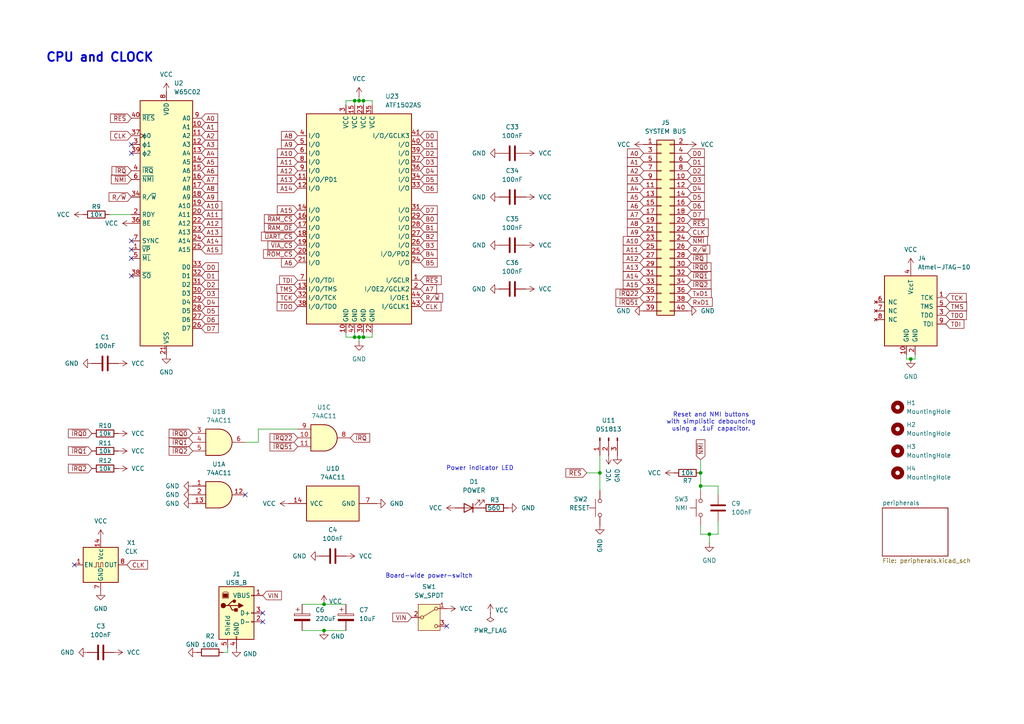
<source format=kicad_sch>
(kicad_sch (version 20250114) (generator "eeschema") (generator_version "9.0")
  (paper "A4")
  (title_block (title "ByteCradle 6502 - CPU & CLOCK") (date "2025-01-25") (rev "rev1"))
  (lib_symbols
    (symbol "65xx-library:W65C02SxP"
      (property "Reference" "U" (at 2.54 40.64 0))
      (property "Value" "W65C02SxP" (at 2.54 38.1 0))
      (symbol "W65C02SxP_1_1"
        (pin input line (at -10.16 30.48 0) (length 2.54) (name "~{RES}") (number "40"))
        (pin input clock (at -10.16 25.4 0) (length 2.54) (name "ϕ0") (number "37"))
        (pin output line (at -10.16 22.86 0) (length 2.54) (name "ϕ1") (number "3"))
        (pin output line (at -10.16 20.32 0) (length 2.54) (name "ϕ2") (number "39"))
        (pin input line (at -10.16 15.24 0) (length 2.54) (name "~{IRQ}") (number "4"))
        (pin input line (at -10.16 12.7 0) (length 2.54) (name "~{NMI}") (number "6"))
        (pin tri_state line (at -10.16 7.62 0) (length 2.54) (name "R/~{W}") (number "34"))
        (pin open_collector line (at -10.16 2.54 0) (length 2.54) (name "RDY") (number "2"))
        (pin input line (at -10.16 0 0) (length 2.54) (name "BE") (number "36"))
        (pin output line (at -10.16 -5.08 0) (length 2.54) (name "SYNC") (number "7"))
        (pin output line (at -10.16 -7.62 0) (length 2.54) (name "~{VP}") (number "1"))
        (pin output line (at -10.16 -10.16 0) (length 2.54) (name "~{ML}") (number "5"))
        (pin input line (at -10.16 -15.24 0) (length 2.54) (name "~{SO}") (number "38"))
        (pin no_connect non_logic (at -7.62 -30.48 0) (length 2.54) (hide yes) (name "nc") (number "35"))
        (pin power_in line (at 0 38.1 270) (length 2.54) (name "VDD") (number "8"))
        (pin power_in line (at 0 -38.1 90) (length 2.54) (name "VSS") (number "21"))
        (pin tri_state line (at 10.16 30.48 180) (length 2.54) (name "A0") (number "9"))
        (pin tri_state line (at 10.16 27.94 180) (length 2.54) (name "A1") (number "10"))
        (pin tri_state line (at 10.16 25.4 180) (length 2.54) (name "A2") (number "11"))
        (pin tri_state line (at 10.16 22.86 180) (length 2.54) (name "A3") (number "12"))
        (pin tri_state line (at 10.16 20.32 180) (length 2.54) (name "A4") (number "13"))
        (pin tri_state line (at 10.16 17.78 180) (length 2.54) (name "A5") (number "14"))
        (pin tri_state line (at 10.16 15.24 180) (length 2.54) (name "A6") (number "15"))
        (pin tri_state line (at 10.16 12.7 180) (length 2.54) (name "A7") (number "16"))
        (pin tri_state line (at 10.16 10.16 180) (length 2.54) (name "A8") (number "17"))
        (pin tri_state line (at 10.16 7.62 180) (length 2.54) (name "A9") (number "18"))
        (pin tri_state line (at 10.16 5.08 180) (length 2.54) (name "A10") (number "19"))
        (pin tri_state line (at 10.16 2.54 180) (length 2.54) (name "A11") (number "20"))
        (pin tri_state line (at 10.16 0 180) (length 2.54) (name "A12") (number "22"))
        (pin tri_state line (at 10.16 -2.54 180) (length 2.54) (name "A13") (number "23"))
        (pin tri_state line (at 10.16 -5.08 180) (length 2.54) (name "A14") (number "24"))
        (pin tri_state line (at 10.16 -7.62 180) (length 2.54) (name "A15") (number "25"))
        (pin bidirectional line (at 10.16 -12.7 180) (length 2.54) (name "D0") (number "33"))
        (pin bidirectional line (at 10.16 -15.24 180) (length 2.54) (name "D1") (number "32"))
        (pin bidirectional line (at 10.16 -17.78 180) (length 2.54) (name "D2") (number "31"))
        (pin bidirectional line (at 10.16 -20.32 180) (length 2.54) (name "D3") (number "30"))
        (pin bidirectional line (at 10.16 -22.86 180) (length 2.54) (name "D4") (number "29"))
        (pin bidirectional line (at 10.16 -25.4 180) (length 2.54) (name "D5") (number "28"))
        (pin bidirectional line (at 10.16 -27.94 180) (length 2.54) (name "D6") (number "27"))
        (pin bidirectional line (at 10.16 -30.48 180) (length 2.54) (name "D7") (number "26"))
      )
    )
    (symbol "74xx:74LS11" (pin_names (offset 1.016))
      (property "Reference" "U" (at 0 1.27 0))
      (property "Value" "74LS11" (at 0 -1.27 0))
      (symbol "74LS11_1_1"
        (pin input line (at -7.62 2.54 0) (length 3.81) (name "~") (number "1"))
        (pin input line (at -7.62 0 0) (length 3.81) (name "~") (number "2"))
        (pin input line (at -7.62 -2.54 0) (length 3.81) (name "~") (number "13"))
        (pin output line (at 7.62 0 180) (length 3.81) (name "~") (number "12"))
      )
      (symbol "74LS11_1_2"
        (pin input inverted (at -7.62 2.54 0) (length 4.318) (name "~") (number "1"))
        (pin input inverted (at -7.62 0 0) (length 4.953) (name "~") (number "2"))
        (pin input inverted (at -7.62 -2.54 0) (length 4.318) (name "~") (number "13"))
        (pin output inverted (at 7.62 0 180) (length 3.81) (name "~") (number "12"))
      )
      (symbol "74LS11_2_1"
        (pin input line (at -7.62 2.54 0) (length 3.81) (name "~") (number "3"))
        (pin input line (at -7.62 0 0) (length 3.81) (name "~") (number "4"))
        (pin input line (at -7.62 -2.54 0) (length 3.81) (name "~") (number "5"))
        (pin output line (at 7.62 0 180) (length 3.81) (name "~") (number "6"))
      )
      (symbol "74LS11_2_2"
        (pin input inverted (at -7.62 2.54 0) (length 4.318) (name "~") (number "3"))
        (pin input inverted (at -7.62 0 0) (length 4.953) (name "~") (number "4"))
        (pin input inverted (at -7.62 -2.54 0) (length 4.318) (name "~") (number "5"))
        (pin output inverted (at 7.62 0 180) (length 3.81) (name "~") (number "6"))
      )
      (symbol "74LS11_3_1"
        (pin input line (at -7.62 2.54 0) (length 3.81) (name "~") (number "9"))
        (pin input line (at -7.62 0 0) (length 3.81) (name "~") (number "10"))
        (pin input line (at -7.62 -2.54 0) (length 3.81) (name "~") (number "11"))
        (pin output line (at 7.62 0 180) (length 3.81) (name "~") (number "8"))
      )
      (symbol "74LS11_3_2"
        (pin input inverted (at -7.62 2.54 0) (length 4.318) (name "~") (number "9"))
        (pin input inverted (at -7.62 0 0) (length 4.953) (name "~") (number "10"))
        (pin input inverted (at -7.62 -2.54 0) (length 4.318) (name "~") (number "11"))
        (pin output inverted (at 7.62 0 180) (length 3.81) (name "~") (number "8"))
      )
      (symbol "74LS11_4_0"
        (pin power_in line (at 0 12.7 270) (length 5.08) (name "VCC") (number "14"))
        (pin power_in line (at 0 -12.7 90) (length 5.08) (name "GND") (number "7"))
      )
    )
    (symbol "Connector:Conn_01x03_Pin" (pin_names (offset 1.016) (hide yes))
      (property "Reference" "J" (at 0 5.08 0))
      (property "Value" "Conn_01x03_Pin" (at 0 -5.08 0))
      (symbol "Conn_01x03_Pin_1_1"
        (pin passive line (at 5.08 2.54 180) (length 3.81) (name "Pin_1") (number "1"))
        (pin passive line (at 5.08 0 180) (length 3.81) (name "Pin_2") (number "2"))
        (pin passive line (at 5.08 -2.54 180) (length 3.81) (name "Pin_3") (number "3"))
      )
    )
    (symbol "Connector:USB_B" (pin_names (offset 1.016))
      (property "Reference" "J" (at -5.08 11.43 0))
      (property "Value" "USB_B" (at -5.08 8.89 0))
      (symbol "USB_B_1_1"
        (pin passive line (at -2.54 -10.16 90) (length 2.54) (name "Shield") (number "5"))
        (pin power_out line (at 0 -10.16 90) (length 2.54) (name "GND") (number "4"))
        (pin power_out line (at 7.62 5.08 180) (length 2.54) (name "VBUS") (number "1"))
        (pin bidirectional line (at 7.62 0 180) (length 2.54) (name "D+") (number "3"))
        (pin bidirectional line (at 7.62 -2.54 180) (length 2.54) (name "D-") (number "2"))
      )
    )
    (symbol "Connector_Generic:Conn_02x20_Odd_Even" (pin_names (offset 1.016) (hide yes))
      (property "Reference" "J" (at 1.27 25.4 0))
      (property "Value" "Conn_02x20_Odd_Even" (at 1.27 -27.94 0))
      (symbol "Conn_02x20_Odd_Even_1_1"
        (pin passive line (at -5.08 22.86 0) (length 3.81) (name "Pin_1") (number "1"))
        (pin passive line (at -5.08 20.32 0) (length 3.81) (name "Pin_3") (number "3"))
        (pin passive line (at -5.08 17.78 0) (length 3.81) (name "Pin_5") (number "5"))
        (pin passive line (at -5.08 15.24 0) (length 3.81) (name "Pin_7") (number "7"))
        (pin passive line (at -5.08 12.7 0) (length 3.81) (name "Pin_9") (number "9"))
        (pin passive line (at -5.08 10.16 0) (length 3.81) (name "Pin_11") (number "11"))
        (pin passive line (at -5.08 7.62 0) (length 3.81) (name "Pin_13") (number "13"))
        (pin passive line (at -5.08 5.08 0) (length 3.81) (name "Pin_15") (number "15"))
        (pin passive line (at -5.08 2.54 0) (length 3.81) (name "Pin_17") (number "17"))
        (pin passive line (at -5.08 0 0) (length 3.81) (name "Pin_19") (number "19"))
        (pin passive line (at -5.08 -2.54 0) (length 3.81) (name "Pin_21") (number "21"))
        (pin passive line (at -5.08 -5.08 0) (length 3.81) (name "Pin_23") (number "23"))
        (pin passive line (at -5.08 -7.62 0) (length 3.81) (name "Pin_25") (number "25"))
        (pin passive line (at -5.08 -10.16 0) (length 3.81) (name "Pin_27") (number "27"))
        (pin passive line (at -5.08 -12.7 0) (length 3.81) (name "Pin_29") (number "29"))
        (pin passive line (at -5.08 -15.24 0) (length 3.81) (name "Pin_31") (number "31"))
        (pin passive line (at -5.08 -17.78 0) (length 3.81) (name "Pin_33") (number "33"))
        (pin passive line (at -5.08 -20.32 0) (length 3.81) (name "Pin_35") (number "35"))
        (pin passive line (at -5.08 -22.86 0) (length 3.81) (name "Pin_37") (number "37"))
        (pin passive line (at -5.08 -25.4 0) (length 3.81) (name "Pin_39") (number "39"))
        (pin passive line (at 7.62 22.86 180) (length 3.81) (name "Pin_2") (number "2"))
        (pin passive line (at 7.62 20.32 180) (length 3.81) (name "Pin_4") (number "4"))
        (pin passive line (at 7.62 17.78 180) (length 3.81) (name "Pin_6") (number "6"))
        (pin passive line (at 7.62 15.24 180) (length 3.81) (name "Pin_8") (number "8"))
        (pin passive line (at 7.62 12.7 180) (length 3.81) (name "Pin_10") (number "10"))
        (pin passive line (at 7.62 10.16 180) (length 3.81) (name "Pin_12") (number "12"))
        (pin passive line (at 7.62 7.62 180) (length 3.81) (name "Pin_14") (number "14"))
        (pin passive line (at 7.62 5.08 180) (length 3.81) (name "Pin_16") (number "16"))
        (pin passive line (at 7.62 2.54 180) (length 3.81) (name "Pin_18") (number "18"))
        (pin passive line (at 7.62 0 180) (length 3.81) (name "Pin_20") (number "20"))
        (pin passive line (at 7.62 -2.54 180) (length 3.81) (name "Pin_22") (number "22"))
        (pin passive line (at 7.62 -5.08 180) (length 3.81) (name "Pin_24") (number "24"))
        (pin passive line (at 7.62 -7.62 180) (length 3.81) (name "Pin_26") (number "26"))
        (pin passive line (at 7.62 -10.16 180) (length 3.81) (name "Pin_28") (number "28"))
        (pin passive line (at 7.62 -12.7 180) (length 3.81) (name "Pin_30") (number "30"))
        (pin passive line (at 7.62 -15.24 180) (length 3.81) (name "Pin_32") (number "32"))
        (pin passive line (at 7.62 -17.78 180) (length 3.81) (name "Pin_34") (number "34"))
        (pin passive line (at 7.62 -20.32 180) (length 3.81) (name "Pin_36") (number "36"))
        (pin passive line (at 7.62 -22.86 180) (length 3.81) (name "Pin_38") (number "38"))
        (pin passive line (at 7.62 -25.4 180) (length 3.81) (name "Pin_40") (number "40"))
      )
    )
    (symbol "Device:C" (pin_numbers (hide yes)) (pin_names (offset 0.254))
      (property "Reference" "C" (at 0.635 2.54 0))
      (property "Value" "C" (at 0.635 -2.54 0))
      (symbol "C_1_1"
        (pin passive line (at 0 3.81 270) (length 2.794) (name "~") (number "1"))
        (pin passive line (at 0 -3.81 90) (length 2.794) (name "~") (number "2"))
      )
    )
    (symbol "Device:C_Polarized" (pin_numbers (hide yes)) (pin_names (offset 0.254))
      (property "Reference" "C" (at 0.635 2.54 0))
      (property "Value" "C_Polarized" (at 0.635 -2.54 0))
      (symbol "C_Polarized_1_1"
        (pin passive line (at 0 3.81 270) (length 2.794) (name "~") (number "1"))
        (pin passive line (at 0 -3.81 90) (length 2.794) (name "~") (number "2"))
      )
    )
    (symbol "Device:LED" (pin_numbers (hide yes)) (pin_names (offset 1.016) (hide yes))
      (property "Reference" "D" (at 0 2.54 0))
      (property "Value" "LED" (at 0 -2.54 0))
      (symbol "LED_1_1"
        (pin passive line (at -3.81 0 0) (length 2.54) (name "K") (number "1"))
        (pin passive line (at 3.81 0 180) (length 2.54) (name "A") (number "2"))
      )
    )
    (symbol "Device:R" (pin_numbers (hide yes)) (pin_names (offset 0))
      (property "Reference" "R" (at 2.032 0 90))
      (property "Value" "R" (at 0 0 90))
      (symbol "R_1_1"
        (pin passive line (at 0 3.81 270) (length 1.27) (name "~") (number "1"))
        (pin passive line (at 0 -3.81 90) (length 1.27) (name "~") (number "2"))
      )
    )
    (symbol "Mechanical:MountingHole" (pin_names (offset 1.016)) (exclude_from_sim yes) (in_bom no)
      (property "Reference" "H" (at 0 5.08 0))
      (property "Value" "MountingHole" (at 0 3.175 0))
    )
    (symbol "Oscillator:CXO_DIP14" (pin_names (offset 0.254))
      (property "Reference" "Y" (at -5.08 6.35 0))
      (property "Value" "CXO_DIP14" (at 1.27 -6.35 0))
      (symbol "CXO_DIP14_1_1"
        (pin input line (at -7.62 0 0) (length 2.54) (name "EN") (number "1"))
        (pin power_in line (at 0 7.62 270) (length 2.54) (name "Vcc") (number "14"))
        (pin power_in line (at 0 -7.62 90) (length 2.54) (name "GND") (number "7"))
        (pin output line (at 7.62 0 180) (length 2.54) (name "OUT") (number "8"))
      )
    )
    (symbol "Switch:SW_Push" (pin_numbers (hide yes)) (pin_names (offset 1.016) (hide yes))
      (property "Reference" "SW" (at 1.27 2.54 0))
      (property "Value" "SW_Push" (at 0 -1.524 0))
      (symbol "SW_Push_0_1"
        (pin passive line (at -5.08 0 0) (length 2.54) (name "1") (number "1"))
        (pin passive line (at 5.08 0 180) (length 2.54) (name "2") (number "2"))
      )
    )
    (symbol "Switch:SW_SPDT" (pin_names (offset 0) (hide yes))
      (property "Reference" "SW" (at 0 5.08 0))
      (property "Value" "SW_SPDT" (at 0 -5.08 0))
      (symbol "SW_SPDT_1_1"
        (pin passive line (at -5.08 0 0) (length 2.54) (name "B") (number "2"))
        (pin passive line (at 5.08 2.54 180) (length 2.54) (name "A") (number "1"))
        (pin passive line (at 5.08 -2.54 180) (length 2.54) (name "C") (number "3"))
      )
    )
    (symbol "atf1504_plcc44_breakout:ATF1504AS-xJx44"
      (property "Reference" "U?" (at 7.62 27.94 0))
      (property "Value" "ATF1504AS-xJx44" (at 7.62 25.4 0))
      (symbol "ATF1504AS-xJx44_1_1"
        (pin bidirectional line (at -17.78 16.51 0) (length 2.54) (name "I/O") (number "4"))
        (pin bidirectional line (at -17.78 13.97 0) (length 2.54) (name "I/O") (number "5"))
        (pin bidirectional line (at -17.78 11.43 0) (length 2.54) (name "I/O") (number "6"))
        (pin bidirectional line (at -17.78 8.89 0) (length 2.54) (name "I/O") (number "8"))
        (pin bidirectional line (at -17.78 6.35 0) (length 2.54) (name "I/O") (number "9"))
        (pin bidirectional line (at -17.78 3.81 0) (length 2.54) (name "I/O/PD1") (number "11"))
        (pin bidirectional line (at -17.78 1.27 0) (length 2.54) (name "I/O") (number "12"))
        (pin bidirectional line (at -17.78 -5.08 0) (length 2.54) (name "I/O") (number "14"))
        (pin bidirectional line (at -17.78 -7.62 0) (length 2.54) (name "I/O") (number "16"))
        (pin bidirectional line (at -17.78 -10.16 0) (length 2.54) (name "I/O") (number "17"))
        (pin bidirectional line (at -17.78 -12.7 0) (length 2.54) (name "I/O") (number "18"))
        (pin bidirectional line (at -17.78 -15.24 0) (length 2.54) (name "I/O") (number "19"))
        (pin bidirectional line (at -17.78 -17.78 0) (length 2.54) (name "I/O") (number "20"))
        (pin bidirectional line (at -17.78 -20.32 0) (length 2.54) (name "I/O") (number "21"))
        (pin bidirectional line (at -17.78 -25.4 0) (length 2.54) (name "I/O/TDI") (number "7"))
        (pin bidirectional line (at -17.78 -27.94 0) (length 2.54) (name "I/O/TMS") (number "13"))
        (pin bidirectional line (at -17.78 -30.48 0) (length 2.54) (name "I/O/TCK") (number "32"))
        (pin bidirectional line (at -17.78 -33.02 0) (length 2.54) (name "I/O/TDO") (number "38"))
        (pin power_in line (at -3.81 25.4 270) (length 2.54) (name "VCC") (number "3"))
        (pin power_in line (at -3.81 -40.64 90) (length 2.54) (name "GND") (number "10"))
        (pin power_in line (at -1.27 25.4 270) (length 2.54) (name "VCC") (number "15"))
        (pin power_in line (at -1.27 -40.64 90) (length 2.54) (name "GND") (number "42"))
        (pin power_in line (at 1.27 25.4 270) (length 2.54) (name "VCC") (number "23"))
        (pin power_in line (at 1.27 -40.64 90) (length 2.54) (name "GND") (number "30"))
        (pin power_in line (at 3.81 25.4 270) (length 2.54) (name "VCC") (number "35"))
        (pin power_in line (at 3.81 -40.64 90) (length 2.54) (name "GND") (number "22"))
        (pin bidirectional line (at 17.78 16.51 180) (length 2.54) (name "I/O/GCLK3") (number "41"))
        (pin bidirectional line (at 17.78 13.97 180) (length 2.54) (name "I/O") (number "40"))
        (pin bidirectional line (at 17.78 11.43 180) (length 2.54) (name "I/O") (number "39"))
        (pin bidirectional line (at 17.78 8.89 180) (length 2.54) (name "I/O") (number "37"))
        (pin bidirectional line (at 17.78 6.35 180) (length 2.54) (name "I/O") (number "36"))
        (pin bidirectional line (at 17.78 3.81 180) (length 2.54) (name "I/O") (number "34"))
        (pin bidirectional line (at 17.78 1.27 180) (length 2.54) (name "I/O") (number "33"))
        (pin bidirectional line (at 17.78 -5.08 180) (length 2.54) (name "I/O") (number "31"))
        (pin bidirectional line (at 17.78 -7.62 180) (length 2.54) (name "I/O") (number "29"))
        (pin bidirectional line (at 17.78 -10.16 180) (length 2.54) (name "I/O") (number "28"))
        (pin bidirectional line (at 17.78 -12.7 180) (length 2.54) (name "I/O") (number "27"))
        (pin bidirectional line (at 17.78 -15.24 180) (length 2.54) (name "I/O") (number "26"))
        (pin bidirectional line (at 17.78 -17.78 180) (length 2.54) (name "I/O/PD2") (number "25"))
        (pin bidirectional line (at 17.78 -20.32 180) (length 2.54) (name "I/O") (number "24"))
        (pin input line (at 17.78 -25.4 180) (length 2.54) (name "I/GCLR") (number "1"))
        (pin input line (at 17.78 -27.94 180) (length 2.54) (name "I/OE2/GCLK2") (number "2"))
        (pin input line (at 17.78 -30.48 180) (length 2.54) (name "I/OE1") (number "44"))
        (pin input line (at 17.78 -33.02 180) (length 2.54) (name "I/GCLK1") (number "43"))
      )
    )
    (symbol "atf1504_plcc44_breakout:Atmel-JTAG-10" (pin_names (offset 1.016))
      (property "Reference" "J" (at -7.62 11.43 0))
      (property "Value" "Atmel-JTAG-10" (at 2.54 11.43 0))
      (symbol "Atmel-JTAG-10_1_1"
        (pin no_connect line (at -10.16 2.54 0) (length 2.54) (name "NC") (number "6"))
        (pin no_connect line (at -10.16 0 0) (length 2.54) (name "NC") (number "7"))
        (pin no_connect line (at -10.16 -2.54 0) (length 2.54) (name "NC") (number "8"))
        (pin power_in line (at -1.27 -12.7 90) (length 2.54) (name "GND") (number "10"))
        (pin power_in line (at 0 12.7 270) (length 2.54) (name "VccT") (number "4"))
        (pin passive line (at 1.27 -12.7 90) (length 2.54) (name "GND") (number "2"))
        (pin output line (at 10.16 3.81 180) (length 2.54) (name "TCK") (number "1"))
        (pin output line (at 10.16 1.27 180) (length 2.54) (name "TMS") (number "5"))
        (pin input line (at 10.16 -1.27 180) (length 2.54) (name "TDO") (number "3"))
        (pin output line (at 10.16 -3.81 180) (length 2.54) (name "TDI") (number "9"))
      )
    )
    (symbol "power:GND" (power) (pin_numbers (hide yes)) (pin_names (offset 0) (hide yes))
      (property "Value" "GND" (at 0 -3.81 0))
      (symbol "GND_1_1"
        (pin power_in line (at 0 0 270) (length 0) (name "~") (number "1"))
      )
    )
    (symbol "power:PWR_FLAG" (power) (pin_numbers (hide yes)) (pin_names (offset 0) (hide yes))
      (property "Value" "PWR_FLAG" (at 0 3.81 0))
      (symbol "PWR_FLAG_0_0"
        (pin power_out line (at 0 0 90) (length 0) (name "~") (number "1"))
      )
    )
    (symbol "power:VCC" (power) (pin_numbers (hide yes)) (pin_names (offset 0) (hide yes))
      (property "Value" "VCC" (at 0 3.556 0))
      (symbol "VCC_1_1"
        (pin power_in line (at 0 0 90) (length 0) (name "~") (number "1"))
      )
    )
  )
  (text "Reset and NMI buttons\nwith simplistic debouncing\nusing a .1uF capacitor." (at 206.248 122.428 0) (effects (font (size 1.27 1.27))))
  (text "Power indicator LED" (at 139.192 135.89 0) (effects (font (size 1.27 1.27))))
  (text "CPU and CLOCK" (at 28.956 16.764 0) (effects (font (size 2.54 2.54) (thickness 0.508) (bold yes))))
  (text "Board-wide power-switch\n" (at 124.46 167.132 0) (effects (font (size 1.27 1.27))))
  (junction (at 104.14 29.21))
  (junction (at 105.41 29.21))
  (junction (at 102.87 29.21))
  (junction (at 203.2 140.97))
  (junction (at 93.98 182.88))
  (junction (at 264.16 104.14))
  (junction (at 173.99 137.16))
  (junction (at 105.41 97.79))
  (junction (at 93.98 175.26))
  (junction (at 205.74 154.94))
  (junction (at 104.14 97.79))
  (junction (at 203.2 137.16))
  (junction (at 102.87 97.79))
  (no_connect (at 38.1 44.45))
  (no_connect (at 38.1 80.01))
  (no_connect (at 21.59 163.83))
  (no_connect (at 129.54 181.61))
  (no_connect (at 38.1 41.91))
  (no_connect (at 38.1 72.39))
  (no_connect (at 38.1 69.85))
  (no_connect (at 76.2 180.34))
  (no_connect (at 71.12 143.51))
  (no_connect (at 76.2 177.8))
  (no_connect (at 38.1 74.93))
  (wire (pts (xy 66.04 189.23) (xy 66.04 187.96)))
  (wire (pts (xy 170.18 137.16) (xy 173.99 137.16)))
  (wire (pts (xy 87.63 175.26) (xy 93.98 175.26)))
  (wire (pts (xy 102.87 30.48) (xy 102.87 29.21)))
  (wire (pts (xy 173.99 132.08) (xy 173.99 137.16)))
  (wire (pts (xy 93.98 175.26) (xy 100.33 175.26)))
  (wire (pts (xy 102.87 97.79) (xy 100.33 97.79)))
  (wire (pts (xy 87.63 182.88) (xy 93.98 182.88)))
  (wire (pts (xy 203.2 133.35) (xy 203.2 137.16)))
  (wire (pts (xy 104.14 97.79) (xy 104.14 99.06)))
  (wire (pts (xy 102.87 96.52) (xy 102.87 97.79)))
  (wire (pts (xy 173.99 137.16) (xy 173.99 142.24)))
  (wire (pts (xy 264.16 104.14) (xy 262.89 104.14)))
  (wire (pts (xy 105.41 97.79) (xy 104.14 97.79)))
  (wire (pts (xy 105.41 29.21) (xy 105.41 30.48)))
  (wire (pts (xy 104.14 97.79) (xy 102.87 97.79)))
  (wire (pts (xy 105.41 96.52) (xy 105.41 97.79)))
  (wire (pts (xy 203.2 140.97) (xy 208.28 140.97)))
  (wire (pts (xy 203.2 154.94) (xy 205.74 154.94)))
  (wire (pts (xy 100.33 97.79) (xy 100.33 96.52)))
  (wire (pts (xy 100.33 30.48) (xy 100.33 29.21)))
  (wire (pts (xy 104.14 29.21) (xy 105.41 29.21)))
  (wire (pts (xy 203.2 152.4) (xy 203.2 154.94)))
  (wire (pts (xy 203.2 140.97) (xy 203.2 142.24)))
  (wire (pts (xy 262.89 104.14) (xy 262.89 102.87)))
  (wire (pts (xy 205.74 154.94) (xy 208.28 154.94)))
  (wire (pts (xy 208.28 140.97) (xy 208.28 143.51)))
  (wire (pts (xy 107.95 97.79) (xy 105.41 97.79)))
  (wire (pts (xy 264.16 104.14) (xy 265.43 104.14)))
  (wire (pts (xy 105.41 29.21) (xy 107.95 29.21)))
  (wire (pts (xy 208.28 154.94) (xy 208.28 151.13)))
  (wire (pts (xy 104.14 27.94) (xy 104.14 29.21)))
  (wire (pts (xy 93.98 182.88) (xy 100.33 182.88)))
  (wire (pts (xy 64.77 189.23) (xy 66.04 189.23)))
  (wire (pts (xy 74.93 124.46) (xy 86.36 124.46)))
  (wire (pts (xy 107.95 29.21) (xy 107.95 30.48)))
  (wire (pts (xy 203.2 137.16) (xy 203.2 140.97)))
  (wire (pts (xy 102.87 29.21) (xy 104.14 29.21)))
  (wire (pts (xy 31.75 62.23) (xy 38.1 62.23)))
  (wire (pts (xy 107.95 96.52) (xy 107.95 97.79)))
  (wire (pts (xy 265.43 104.14) (xy 265.43 102.87)))
  (wire (pts (xy 71.12 128.27) (xy 74.93 128.27)))
  (wire (pts (xy 205.74 154.94) (xy 205.74 157.48)))
  (wire (pts (xy 74.93 128.27) (xy 74.93 124.46)))
  (wire (pts (xy 100.33 29.21) (xy 102.87 29.21)))
  (global_label "D0" (shape input) (at 199.39 44.45 0) (property "Intersheetrefs" "${INTERSHEET_REFS}" (effects (hide yes))))
  (global_label "~{VIA_CS}" (shape input) (at 86.36 71.12 180) (property "Intersheetrefs" "${INTERSHEET_REFS}" (effects (hide yes))))
  (global_label "A1" (shape input) (at 58.42 36.83 0) (property "Intersheetrefs" "${INTERSHEET_REFS}" (effects (hide yes))))
  (global_label "A12" (shape input) (at 186.69 74.93 180) (property "Intersheetrefs" "${INTERSHEET_REFS}" (effects (hide yes))))
  (global_label "D6" (shape input) (at 58.42 92.71 0) (property "Intersheetrefs" "${INTERSHEET_REFS}" (effects (hide yes))))
  (global_label "TCK" (shape input) (at 86.36 86.36 180) (property "Intersheetrefs" "${INTERSHEET_REFS}" (effects (hide yes))))
  (global_label "A11" (shape input) (at 86.36 46.99 180) (property "Intersheetrefs" "${INTERSHEET_REFS}" (effects (hide yes))))
  (global_label "A15" (shape input) (at 86.36 60.96 180) (property "Intersheetrefs" "${INTERSHEET_REFS}" (effects (hide yes))))
  (global_label "A15" (shape input) (at 186.69 82.55 180) (property "Intersheetrefs" "${INTERSHEET_REFS}" (effects (hide yes))))
  (global_label "~{ROM_CS}" (shape input) (at 86.36 73.66 180) (property "Intersheetrefs" "${INTERSHEET_REFS}" (effects (hide yes))))
  (global_label "A8" (shape input) (at 58.42 54.61 0) (property "Intersheetrefs" "${INTERSHEET_REFS}" (effects (hide yes))))
  (global_label "D5" (shape input) (at 199.39 57.15 0) (property "Intersheetrefs" "${INTERSHEET_REFS}" (effects (hide yes))))
  (global_label "A15" (shape input) (at 58.42 72.39 0) (property "Intersheetrefs" "${INTERSHEET_REFS}" (effects (hide yes))))
  (global_label "~{IRQ0}" (shape input) (at 199.39 77.47 0) (property "Intersheetrefs" "${INTERSHEET_REFS}" (effects (hide yes))))
  (global_label "A11" (shape input) (at 58.42 62.23 0) (property "Intersheetrefs" "${INTERSHEET_REFS}" (effects (hide yes))))
  (global_label "D2" (shape input) (at 199.39 49.53 0) (property "Intersheetrefs" "${INTERSHEET_REFS}" (effects (hide yes))))
  (global_label "~{IRQ51}" (shape input) (at 86.36 129.54 180) (property "Intersheetrefs" "${INTERSHEET_REFS}" (effects (hide yes))))
  (global_label "~{IRQ0}" (shape input) (at 26.67 125.73 180) (property "Intersheetrefs" "${INTERSHEET_REFS}" (effects (hide yes))))
  (global_label "A7" (shape input) (at 58.42 52.07 0) (property "Intersheetrefs" "${INTERSHEET_REFS}" (effects (hide yes))))
  (global_label "D6" (shape input) (at 121.92 54.61 0) (property "Intersheetrefs" "${INTERSHEET_REFS}" (effects (hide yes))))
  (global_label "CLK" (shape input) (at 199.39 67.31 0) (property "Intersheetrefs" "${INTERSHEET_REFS}" (effects (hide yes))))
  (global_label "A6" (shape input) (at 58.42 49.53 0) (property "Intersheetrefs" "${INTERSHEET_REFS}" (effects (hide yes))))
  (global_label "A5" (shape input) (at 186.69 57.15 180) (property "Intersheetrefs" "${INTERSHEET_REFS}" (effects (hide yes))))
  (global_label "A13" (shape input) (at 86.36 52.07 180) (property "Intersheetrefs" "${INTERSHEET_REFS}" (effects (hide yes))))
  (global_label "A14" (shape input) (at 58.42 69.85 0) (property "Intersheetrefs" "${INTERSHEET_REFS}" (effects (hide yes))))
  (global_label "D1" (shape input) (at 58.42 80.01 0) (property "Intersheetrefs" "${INTERSHEET_REFS}" (effects (hide yes))))
  (global_label "TCK" (shape input) (at 274.32 86.36 0) (property "Intersheetrefs" "${INTERSHEET_REFS}" (effects (hide yes))))
  (global_label "D4" (shape input) (at 58.42 87.63 0) (property "Intersheetrefs" "${INTERSHEET_REFS}" (effects (hide yes))))
  (global_label "A11" (shape input) (at 186.69 72.39 180) (property "Intersheetrefs" "${INTERSHEET_REFS}" (effects (hide yes))))
  (global_label "TxD1" (shape input) (at 199.39 85.09 0) (property "Intersheetrefs" "${INTERSHEET_REFS}" (effects (hide yes))))
  (global_label "VIN" (shape input) (at 76.2 172.72 0) (property "Intersheetrefs" "${INTERSHEET_REFS}" (effects (hide yes))))
  (global_label "A1" (shape input) (at 186.69 46.99 180) (property "Intersheetrefs" "${INTERSHEET_REFS}" (effects (hide yes))))
  (global_label "~{IRQ1}" (shape input) (at 199.39 80.01 0) (property "Intersheetrefs" "${INTERSHEET_REFS}" (effects (hide yes))))
  (global_label "CLK" (shape input) (at 38.1 39.37 180) (property "Intersheetrefs" "${INTERSHEET_REFS}" (effects (hide yes))))
  (global_label "CLK" (shape input) (at 121.92 88.9 0) (property "Intersheetrefs" "${INTERSHEET_REFS}" (effects (hide yes))))
  (global_label "D3" (shape input) (at 58.42 85.09 0) (property "Intersheetrefs" "${INTERSHEET_REFS}" (effects (hide yes))))
  (global_label "D0" (shape input) (at 58.42 77.47 0) (property "Intersheetrefs" "${INTERSHEET_REFS}" (effects (hide yes))))
  (global_label "B5" (shape input) (at 121.92 76.2 0) (property "Intersheetrefs" "${INTERSHEET_REFS}" (effects (hide yes))))
  (global_label "A5" (shape input) (at 58.42 46.99 0) (property "Intersheetrefs" "${INTERSHEET_REFS}" (effects (hide yes))))
  (global_label "D2" (shape input) (at 121.92 44.45 0) (property "Intersheetrefs" "${INTERSHEET_REFS}" (effects (hide yes))))
  (global_label "B2" (shape input) (at 121.92 68.58 0) (property "Intersheetrefs" "${INTERSHEET_REFS}" (effects (hide yes))))
  (global_label "D1" (shape input) (at 121.92 41.91 0) (property "Intersheetrefs" "${INTERSHEET_REFS}" (effects (hide yes))))
  (global_label "TMS" (shape input) (at 86.36 83.82 180) (property "Intersheetrefs" "${INTERSHEET_REFS}" (effects (hide yes))))
  (global_label "~{IRQ}" (shape input) (at 38.1 49.53 180) (property "Intersheetrefs" "${INTERSHEET_REFS}" (effects (hide yes))))
  (global_label "A9" (shape input) (at 86.36 41.91 180) (property "Intersheetrefs" "${INTERSHEET_REFS}" (effects (hide yes))))
  (global_label "B3" (shape input) (at 121.92 71.12 0) (property "Intersheetrefs" "${INTERSHEET_REFS}" (effects (hide yes))))
  (global_label "~{IRQ}" (shape input) (at 101.6 127 0) (property "Intersheetrefs" "${INTERSHEET_REFS}" (effects (hide yes))))
  (global_label "A9" (shape input) (at 186.69 67.31 180) (property "Intersheetrefs" "${INTERSHEET_REFS}" (effects (hide yes))))
  (global_label "D5" (shape input) (at 121.92 52.07 0) (property "Intersheetrefs" "${INTERSHEET_REFS}" (effects (hide yes))))
  (global_label "TMS" (shape input) (at 274.32 88.9 0) (property "Intersheetrefs" "${INTERSHEET_REFS}" (effects (hide yes))))
  (global_label "D3" (shape input) (at 199.39 52.07 0) (property "Intersheetrefs" "${INTERSHEET_REFS}" (effects (hide yes))))
  (global_label "TDI" (shape input) (at 86.36 81.28 180) (property "Intersheetrefs" "${INTERSHEET_REFS}" (effects (hide yes))))
  (global_label "A3" (shape input) (at 58.42 41.91 0) (property "Intersheetrefs" "${INTERSHEET_REFS}" (effects (hide yes))))
  (global_label "~{IRQ1}" (shape input) (at 55.88 128.27 180) (property "Intersheetrefs" "${INTERSHEET_REFS}" (effects (hide yes))))
  (global_label "~{IRQ2}" (shape input) (at 199.39 82.55 0) (property "Intersheetrefs" "${INTERSHEET_REFS}" (effects (hide yes))))
  (global_label "D5" (shape input) (at 58.42 90.17 0) (property "Intersheetrefs" "${INTERSHEET_REFS}" (effects (hide yes))))
  (global_label "~{NMI}" (shape input) (at 38.1 52.07 180) (property "Intersheetrefs" "${INTERSHEET_REFS}" (effects (hide yes))))
  (global_label "A13" (shape input) (at 58.42 67.31 0) (property "Intersheetrefs" "${INTERSHEET_REFS}" (effects (hide yes))))
  (global_label "R{slash}~{W}" (shape input) (at 199.39 72.39 0) (property "Intersheetrefs" "${INTERSHEET_REFS}" (effects (hide yes))))
  (global_label "D4" (shape input) (at 199.39 54.61 0) (property "Intersheetrefs" "${INTERSHEET_REFS}" (effects (hide yes))))
  (global_label "A2" (shape input) (at 186.69 49.53 180) (property "Intersheetrefs" "${INTERSHEET_REFS}" (effects (hide yes))))
  (global_label "A9" (shape input) (at 58.42 57.15 0) (property "Intersheetrefs" "${INTERSHEET_REFS}" (effects (hide yes))))
  (global_label "A10" (shape input) (at 58.42 59.69 0) (property "Intersheetrefs" "${INTERSHEET_REFS}" (effects (hide yes))))
  (global_label "D7" (shape input) (at 199.39 62.23 0) (property "Intersheetrefs" "${INTERSHEET_REFS}" (effects (hide yes))))
  (global_label "D7" (shape input) (at 121.92 60.96 0) (property "Intersheetrefs" "${INTERSHEET_REFS}" (effects (hide yes))))
  (global_label "~{IRQ1}" (shape input) (at 26.67 130.81 180) (property "Intersheetrefs" "${INTERSHEET_REFS}" (effects (hide yes))))
  (global_label "A8" (shape input) (at 186.69 64.77 180) (property "Intersheetrefs" "${INTERSHEET_REFS}" (effects (hide yes))))
  (global_label "D2" (shape input) (at 58.42 82.55 0) (property "Intersheetrefs" "${INTERSHEET_REFS}" (effects (hide yes))))
  (global_label "A6" (shape input) (at 186.69 59.69 180) (property "Intersheetrefs" "${INTERSHEET_REFS}" (effects (hide yes))))
  (global_label "D3" (shape input) (at 121.92 46.99 0) (property "Intersheetrefs" "${INTERSHEET_REFS}" (effects (hide yes))))
  (global_label "TDO" (shape input) (at 86.36 88.9 180) (property "Intersheetrefs" "${INTERSHEET_REFS}" (effects (hide yes))))
  (global_label "~{NMI}" (shape input) (at 199.39 69.85 0) (property "Intersheetrefs" "${INTERSHEET_REFS}" (effects (hide yes))))
  (global_label "D4" (shape input) (at 121.92 49.53 0) (property "Intersheetrefs" "${INTERSHEET_REFS}" (effects (hide yes))))
  (global_label "TDI" (shape input) (at 274.32 93.98 0) (property "Intersheetrefs" "${INTERSHEET_REFS}" (effects (hide yes))))
  (global_label "A0" (shape input) (at 186.69 44.45 180) (property "Intersheetrefs" "${INTERSHEET_REFS}" (effects (hide yes))))
  (global_label "RxD1" (shape input) (at 199.39 87.63 0) (property "Intersheetrefs" "${INTERSHEET_REFS}" (effects (hide yes))))
  (global_label "~{UART_CS}" (shape input) (at 86.36 68.58 180) (property "Intersheetrefs" "${INTERSHEET_REFS}" (effects (hide yes))))
  (global_label "A4" (shape input) (at 58.42 44.45 0) (property "Intersheetrefs" "${INTERSHEET_REFS}" (effects (hide yes))))
  (global_label "~{RES}" (shape input) (at 170.18 137.16 180) (property "Intersheetrefs" "${INTERSHEET_REFS}" (effects (hide yes))))
  (global_label "VIN" (shape input) (at 119.38 179.07 180) (property "Intersheetrefs" "${INTERSHEET_REFS}" (effects (hide yes))))
  (global_label "~{IRQ2}" (shape input) (at 26.67 135.89 180) (property "Intersheetrefs" "${INTERSHEET_REFS}" (effects (hide yes))))
  (global_label "~{IRQ51}" (shape input) (at 186.69 87.63 180) (property "Intersheetrefs" "${INTERSHEET_REFS}" (effects (hide yes))))
  (global_label "A14" (shape input) (at 86.36 54.61 180) (property "Intersheetrefs" "${INTERSHEET_REFS}" (effects (hide yes))))
  (global_label "A6" (shape input) (at 86.36 76.2 180) (property "Intersheetrefs" "${INTERSHEET_REFS}" (effects (hide yes))))
  (global_label "A3" (shape input) (at 186.69 52.07 180) (property "Intersheetrefs" "${INTERSHEET_REFS}" (effects (hide yes))))
  (global_label "B4" (shape input) (at 121.92 73.66 0) (property "Intersheetrefs" "${INTERSHEET_REFS}" (effects (hide yes))))
  (global_label "~{IRQ0}" (shape input) (at 55.88 125.73 180) (property "Intersheetrefs" "${INTERSHEET_REFS}" (effects (hide yes))))
  (global_label "A7" (shape input) (at 121.92 83.82 0) (property "Intersheetrefs" "${INTERSHEET_REFS}" (effects (hide yes))))
  (global_label "~{RES}" (shape input) (at 38.1 34.29 180) (property "Intersheetrefs" "${INTERSHEET_REFS}" (effects (hide yes))))
  (global_label "~{RAM_OE}" (shape input) (at 86.36 66.04 180) (property "Intersheetrefs" "${INTERSHEET_REFS}" (effects (hide yes))))
  (global_label "CLK" (shape input) (at 36.83 163.83 0) (property "Intersheetrefs" "${INTERSHEET_REFS}" (effects (hide yes))))
  (global_label "B0" (shape input) (at 121.92 63.5 0) (property "Intersheetrefs" "${INTERSHEET_REFS}" (effects (hide yes))))
  (global_label "~{IRQ2}" (shape input) (at 55.88 130.81 180) (property "Intersheetrefs" "${INTERSHEET_REFS}" (effects (hide yes))))
  (global_label "A12" (shape input) (at 58.42 64.77 0) (property "Intersheetrefs" "${INTERSHEET_REFS}" (effects (hide yes))))
  (global_label "~{RES}" (shape input) (at 199.39 64.77 0) (property "Intersheetrefs" "${INTERSHEET_REFS}" (effects (hide yes))))
  (global_label "D1" (shape input) (at 199.39 46.99 0) (property "Intersheetrefs" "${INTERSHEET_REFS}" (effects (hide yes))))
  (global_label "A4" (shape input) (at 186.69 54.61 180) (property "Intersheetrefs" "${INTERSHEET_REFS}" (effects (hide yes))))
  (global_label "TDO" (shape input) (at 274.32 91.44 0) (property "Intersheetrefs" "${INTERSHEET_REFS}" (effects (hide yes))))
  (global_label "~{NMI}" (shape input) (at 203.2 133.35 90) (property "Intersheetrefs" "${INTERSHEET_REFS}" (effects (hide yes))))
  (global_label "~{IRQ22}" (shape input) (at 86.36 127 180) (property "Intersheetrefs" "${INTERSHEET_REFS}" (effects (hide yes))))
  (global_label "A8" (shape input) (at 86.36 39.37 180) (property "Intersheetrefs" "${INTERSHEET_REFS}" (effects (hide yes))))
  (global_label "A7" (shape input) (at 186.69 62.23 180) (property "Intersheetrefs" "${INTERSHEET_REFS}" (effects (hide yes))))
  (global_label "B1" (shape input) (at 121.92 66.04 0) (property "Intersheetrefs" "${INTERSHEET_REFS}" (effects (hide yes))))
  (global_label "A2" (shape input) (at 58.42 39.37 0) (property "Intersheetrefs" "${INTERSHEET_REFS}" (effects (hide yes))))
  (global_label "~{RES}" (shape input) (at 121.92 81.28 0) (property "Intersheetrefs" "${INTERSHEET_REFS}" (effects (hide yes))))
  (global_label "~{RAM_CS}" (shape input) (at 86.36 63.5 180) (property "Intersheetrefs" "${INTERSHEET_REFS}" (effects (hide yes))))
  (global_label "~{IRQ}" (shape input) (at 199.39 74.93 0) (property "Intersheetrefs" "${INTERSHEET_REFS}" (effects (hide yes))))
  (global_label "A14" (shape input) (at 186.69 80.01 180) (property "Intersheetrefs" "${INTERSHEET_REFS}" (effects (hide yes))))
  (global_label "~{IRQ22}" (shape input) (at 186.69 85.09 180) (property "Intersheetrefs" "${INTERSHEET_REFS}" (effects (hide yes))))
  (global_label "A0" (shape input) (at 58.42 34.29 0) (property "Intersheetrefs" "${INTERSHEET_REFS}" (effects (hide yes))))
  (global_label "R{slash}~{W}" (shape input) (at 38.1 57.15 180) (property "Intersheetrefs" "${INTERSHEET_REFS}" (effects (hide yes))))
  (global_label "D7" (shape input) (at 58.42 95.25 0) (property "Intersheetrefs" "${INTERSHEET_REFS}" (effects (hide yes))))
  (global_label "A12" (shape input) (at 86.36 49.53 180) (property "Intersheetrefs" "${INTERSHEET_REFS}" (effects (hide yes))))
  (global_label "A13" (shape input) (at 186.69 77.47 180) (property "Intersheetrefs" "${INTERSHEET_REFS}" (effects (hide yes))))
  (global_label "A10" (shape input) (at 86.36 44.45 180) (property "Intersheetrefs" "${INTERSHEET_REFS}" (effects (hide yes))))
  (global_label "D6" (shape input) (at 199.39 59.69 0) (property "Intersheetrefs" "${INTERSHEET_REFS}" (effects (hide yes))))
  (global_label "R{slash}~{W}" (shape input) (at 121.92 86.36 0) (property "Intersheetrefs" "${INTERSHEET_REFS}" (effects (hide yes))))
  (global_label "D0" (shape input) (at 121.92 39.37 0) (property "Intersheetrefs" "${INTERSHEET_REFS}" (effects (hide yes))))
  (global_label "A10" (shape input) (at 186.69 69.85 180) (property "Intersheetrefs" "${INTERSHEET_REFS}" (effects (hide yes))))
  (symbol (lib_id "power:GND") (at 173.99 152.4 0) (unit 1)
    (property "Reference" "#PWR044" (effects (hide yes)))
    (property "Value" "GND" (at 173.9899 156.21 90) (effects (justify right)))
    (property "Description" "Power symbol creates a global label with name \"GND\" , ground" (effects (hide yes)))
  )
  (symbol (lib_id "Device:C") (at 148.59 83.82 270) (unit 1)
    (property "Reference" "C36" (at 148.59 76.2 90))
    (property "Value" "100nF" (at 148.59 78.74 90))
    (property "Footprint" "Capacitor_THT:C_Disc_D5.0mm_W2.5mm_P5.00mm" (effects (hide yes)))
    (property "Description" "Unpolarized capacitor" (effects (hide yes)))
  )
  (symbol (lib_id "74xx:74LS11") (at 63.5 143.51 0) (unit 1)
    (property "Reference" "U1" (at 63.4917 134.62 0))
    (property "Value" "74AC11" (at 63.4917 137.16 0))
    (property "Footprint" "Package_DIP:DIP-14_W7.62mm_Socket" (effects (hide yes)))
    (property "Datasheet" "http://www.ti.com/lit/gpn/sn74LS11" (effects (hide yes)))
    (property "Description" "Triple 3-input AND" (effects (hide yes)))
  )
  (symbol (lib_id "power:GND") (at 55.88 140.97 270) (unit 1)
    (property "Reference" "#PWR011" (effects (hide yes)))
    (property "Value" "GND" (at 52.07 140.9699 90) (effects (justify right)))
    (property "Description" "Power symbol creates a global label with name \"GND\" , ground" (effects (hide yes)))
  )
  (symbol (lib_id "power:GND") (at 55.88 146.05 270) (unit 1)
    (property "Reference" "#PWR013" (effects (hide yes)))
    (property "Value" "GND" (at 52.07 146.0499 90) (effects (justify right)))
    (property "Description" "Power symbol creates a global label with name \"GND\" , ground" (effects (hide yes)))
  )
  (symbol (lib_id "Mechanical:MountingHole") (at 260.35 124.46 0) (unit 1) (exclude_from_sim yes) (in_bom no)
    (property "Reference" "H2" (at 262.89 123.1899 0) (effects (justify left)))
    (property "Value" "MountingHole" (at 262.89 125.7299 0) (effects (justify left)))
    (property "Footprint" "MountingHole:MountingHole_3.2mm_M3_DIN965_Pad_TopOnly" (effects (hide yes)))
    (property "Description" "Mounting Hole without connection" (effects (hide yes)))
  )
  (symbol (lib_id "atf1504_plcc44_breakout:ATF1504AS-xJx44") (at 104.14 55.88 0) (unit 1)
    (property "Reference" "U23" (at 111.76 27.94 0) (effects (justify left)))
    (property "Value" "ATF1502AS" (at 111.76 30.48 0) (effects (justify left)))
    (property "Footprint" "Package_LCC:PLCC-44_THT-Socket" (effects (hide yes)))
    (property "Datasheet" "http://ww1.microchip.com/downloads/en/DeviceDoc/Atmel-0995-CPLD-ATF1502AS(L)-Datasheet.pdf" (effects (hide yes)))
  )
  (symbol (lib_id "power:PWR_FLAG") (at 142.24 177.8 180) (unit 1)
    (property "Reference" "#FLG01" (effects (hide yes)))
    (property "Value" "PWR_FLAG" (at 142.24 182.88 0))
    (property "Description" "Special symbol for telling ERC where power comes from" (effects (hide yes)))
  )
  (symbol (lib_id "74xx:74LS11") (at 93.98 127 0) (unit 3)
    (property "Reference" "U1" (at 93.9717 118.11 0))
    (property "Value" "74AC11" (at 93.9717 120.65 0))
    (property "Footprint" "Package_DIP:DIP-14_W7.62mm_Socket" (effects (hide yes)))
    (property "Datasheet" "http://www.ti.com/lit/gpn/sn74LS11" (effects (hide yes)))
    (property "Description" "Triple 3-input AND" (effects (hide yes)))
  )
  (symbol (lib_id "power:GND") (at 199.39 90.17 90) (unit 1)
    (property "Reference" "#PWR0148" (effects (hide yes)))
    (property "Value" "GND" (at 203.2 90.1699 90) (effects (justify right)))
    (property "Description" "Power symbol creates a global label with name \"GND\" , ground" (effects (hide yes)))
  )
  (symbol (lib_id "atf1504_plcc44_breakout:Atmel-JTAG-10") (at 264.16 90.17 0) (unit 1)
    (property "Reference" "J4" (at 266.1794 74.93 0) (effects (justify left)))
    (property "Value" "Atmel-JTAG-10" (at 266.1794 77.47 0) (effects (justify left)))
    (property "Footprint" "Connector_IDC:IDC-Header_2x05_P2.54mm_Vertical" (effects (hide yes)))
  )
  (symbol (lib_id "Device:C_Polarized") (at 100.33 179.07 0) (unit 1)
    (property "Reference" "C7" (at 104.14 176.9109 0) (effects (justify left)))
    (property "Value" "10uF" (at 104.14 179.4509 0) (effects (justify left)))
    (property "Footprint" "Capacitor_THT:CP_Radial_D5.0mm_P2.50mm" (effects (hide yes)))
    (property "Description" "Polarized capacitor" (effects (hide yes)))
  )
  (symbol (lib_id "Mechanical:MountingHole") (at 260.35 118.11 0) (unit 1) (exclude_from_sim yes) (in_bom no)
    (property "Reference" "H1" (at 262.89 116.8399 0) (effects (justify left)))
    (property "Value" "MountingHole" (at 262.89 119.3799 0) (effects (justify left)))
    (property "Footprint" "MountingHole:MountingHole_3.2mm_M3_DIN965_Pad_TopOnly" (effects (hide yes)))
    (property "Description" "Mounting Hole without connection" (effects (hide yes)))
  )
  (symbol (lib_id "power:VCC") (at 195.58 137.16 90) (unit 1)
    (property "Reference" "#PWR045" (effects (hide yes)))
    (property "Value" "VCC" (at 191.77 137.1599 90) (effects (justify left)))
    (property "Description" "Power symbol creates a global label with name \"VCC\"" (effects (hide yes)))
  )
  (symbol (lib_id "Device:C") (at 96.52 161.29 270) (unit 1)
    (property "Reference" "C4" (at 96.52 153.67 90))
    (property "Value" "100nF" (at 96.52 156.21 90))
    (property "Footprint" "Capacitor_THT:C_Disc_D5.0mm_W2.5mm_P5.00mm" (effects (hide yes)))
    (property "Description" "Unpolarized capacitor" (effects (hide yes)))
  )
  (symbol (lib_id "power:VCC") (at 152.4 83.82 270) (unit 1)
    (property "Reference" "#PWR0155" (effects (hide yes)))
    (property "Value" "VCC" (at 156.21 83.8199 90) (effects (justify left)))
    (property "Description" "Power symbol creates a global label with name \"VCC\"" (effects (hide yes)))
  )
  (symbol (lib_id "power:GND") (at 144.78 57.15 270) (unit 1)
    (property "Reference" "#PWR052" (effects (hide yes)))
    (property "Value" "GND" (at 140.97 57.1499 90) (effects (justify right)))
    (property "Description" "Power symbol creates a global label with name \"GND\" , ground" (effects (hide yes)))
  )
  (symbol (lib_id "Device:R") (at 30.48 125.73 270) (mirror x) (unit 1)
    (property "Reference" "R10" (at 30.48 123.444 90))
    (property "Value" "10k" (at 30.48 125.73 90))
    (property "Footprint" "Resistor_THT:R_Axial_DIN0207_L6.3mm_D2.5mm_P7.62mm_Horizontal" (effects (hide yes)))
    (property "Description" "Resistor" (effects (hide yes)))
  )
  (symbol (lib_id "power:GND") (at 186.69 90.17 270) (unit 1)
    (property "Reference" "#PWR0147" (effects (hide yes)))
    (property "Value" "GND" (at 182.88 90.1699 90) (effects (justify right)))
    (property "Description" "Power symbol creates a global label with name \"GND\" , ground" (effects (hide yes)))
  )
  (symbol (lib_id "power:GND") (at 179.07 132.08 0) (unit 1)
    (property "Reference" "#PWR042" (effects (hide yes)))
    (property "Value" "GND" (at 179.0699 135.89 90) (effects (justify right)))
    (property "Description" "Power symbol creates a global label with name \"GND\" , ground" (effects (hide yes)))
  )
  (symbol (lib_id "Device:C") (at 30.48 105.41 270) (unit 1)
    (property "Reference" "C1" (at 30.48 97.79 90))
    (property "Value" "100nF" (at 30.48 100.33 90))
    (property "Footprint" "Capacitor_THT:C_Disc_D5.0mm_W2.5mm_P5.00mm" (effects (hide yes)))
    (property "Description" "Unpolarized capacitor" (effects (hide yes)))
  )
  (symbol (lib_id "Switch:SW_Push") (at 203.2 147.32 90) (unit 1)
    (property "Reference" "SW3" (at 195.58 144.78 90) (effects (justify right)))
    (property "Value" "NMI" (at 195.834 147.32 90) (effects (justify right)))
    (property "Footprint" "Button_Switch_THT:SW_PUSH_6mm" (effects (hide yes)))
    (property "Description" "Push button switch, generic, two pins" (effects (hide yes)))
  )
  (symbol (lib_id "Oscillator:CXO_DIP14") (at 29.21 163.83 0) (unit 1)
    (property "Reference" "X1" (at 38.1 157.4098 0))
    (property "Value" "CLK" (at 38.1 159.9498 0))
    (property "Footprint" "Oscillator:Oscillator_DIP-14" (effects (hide yes)))
    (property "Datasheet" "http://cdn-reichelt.de/documents/datenblatt/B400/OSZI.pdf" (effects (hide yes)))
    (property "Description" "Crystal Clock Oscillator, DIP14-style metal package" (effects (hide yes)))
  )
  (symbol (lib_id "Device:R") (at 143.51 147.32 270) (unit 1)
    (property "Reference" "R3" (at 143.51 145.034 90))
    (property "Value" "560" (at 143.256 147.32 90))
    (property "Footprint" "Resistor_THT:R_Axial_DIN0207_L6.3mm_D2.5mm_P7.62mm_Horizontal" (effects (hide yes)))
    (property "Description" "Resistor" (effects (hide yes)))
  )
  (symbol (lib_id "power:GND") (at 55.88 143.51 270) (unit 1)
    (property "Reference" "#PWR012" (effects (hide yes)))
    (property "Value" "GND" (at 52.07 143.5099 90) (effects (justify right)))
    (property "Description" "Power symbol creates a global label with name \"GND\" , ground" (effects (hide yes)))
  )
  (symbol (lib_id "Device:C") (at 148.59 44.45 270) (unit 1)
    (property "Reference" "C33" (at 148.59 36.83 90))
    (property "Value" "100nF" (at 148.59 39.37 90))
    (property "Footprint" "Capacitor_THT:C_Disc_D5.0mm_W2.5mm_P5.00mm" (effects (hide yes)))
    (property "Description" "Unpolarized capacitor" (effects (hide yes)))
  )
  (symbol (lib_id "power:VCC") (at 83.82 146.05 90) (unit 1)
    (property "Reference" "#PWR020" (effects (hide yes)))
    (property "Value" "VCC" (at 80.01 146.0499 90) (effects (justify left)))
    (property "Description" "Power symbol creates a global label with name \"VCC\"" (effects (hide yes)))
  )
  (symbol (lib_id "74xx:74LS11") (at 63.5 128.27 0) (unit 2)
    (property "Reference" "U1" (at 63.4917 119.38 0))
    (property "Value" "74AC11" (at 63.4917 121.92 0))
    (property "Footprint" "Package_DIP:DIP-14_W7.62mm_Socket" (effects (hide yes)))
    (property "Datasheet" "http://www.ti.com/lit/gpn/sn74LS11" (effects (hide yes)))
    (property "Description" "Triple 3-input AND" (effects (hide yes)))
  )
  (symbol (lib_id "power:GND") (at 92.71 161.29 270) (unit 1)
    (property "Reference" "#PWR015" (effects (hide yes)))
    (property "Value" "GND" (at 88.9 161.2899 90) (effects (justify right)))
    (property "Description" "Power symbol creates a global label with name \"GND\" , ground" (effects (hide yes)))
  )
  (symbol (lib_id "power:VCC") (at 29.21 156.21 0) (unit 1)
    (property "Reference" "#PWR04" (effects (hide yes)))
    (property "Value" "VCC" (at 29.21 151.13 0))
    (property "Description" "Power symbol creates a global label with name \"VCC\"" (effects (hide yes)))
  )
  (symbol (lib_id "power:VCC") (at 152.4 57.15 270) (unit 1)
    (property "Reference" "#PWR054" (effects (hide yes)))
    (property "Value" "VCC" (at 156.21 57.1499 90) (effects (justify left)))
    (property "Description" "Power symbol creates a global label with name \"VCC\"" (effects (hide yes)))
  )
  (symbol (lib_id "power:VCC") (at 24.13 62.23 90) (unit 1)
    (property "Reference" "#PWR01" (effects (hide yes)))
    (property "Value" "VCC" (at 20.32 62.2299 90) (effects (justify left)))
    (property "Description" "Power symbol creates a global label with name \"VCC\"" (effects (hide yes)))
  )
  (symbol (lib_id "power:VCC") (at 152.4 44.45 270) (unit 1)
    (property "Reference" "#PWR053" (effects (hide yes)))
    (property "Value" "VCC" (at 156.21 44.4499 90) (effects (justify left)))
    (property "Description" "Power symbol creates a global label with name \"VCC\"" (effects (hide yes)))
  )
  (symbol (lib_id "74xx:74LS11") (at 96.52 146.05 90) (unit 4)
    (property "Reference" "U1" (at 96.52 135.89 90))
    (property "Value" "74AC11" (at 96.52 138.43 90))
    (property "Footprint" "Package_DIP:DIP-14_W7.62mm_Socket" (effects (hide yes)))
    (property "Datasheet" "http://www.ti.com/lit/gpn/sn74LS11" (effects (hide yes)))
    (property "Description" "Triple 3-input AND" (effects (hide yes)))
  )
  (symbol (lib_id "power:VCC") (at 100.33 161.29 270) (unit 1)
    (property "Reference" "#PWR023" (effects (hide yes)))
    (property "Value" "VCC" (at 104.14 161.2899 90) (effects (justify left)))
    (property "Description" "Power symbol creates a global label with name \"VCC\"" (effects (hide yes)))
  )
  (symbol (lib_id "Mechanical:MountingHole") (at 260.35 137.16 0) (unit 1) (exclude_from_sim yes) (in_bom no)
    (property "Reference" "H4" (at 262.89 135.8899 0) (effects (justify left)))
    (property "Value" "MountingHole" (at 262.89 138.4299 0) (effects (justify left)))
    (property "Footprint" "MountingHole:MountingHole_3.2mm_M3_DIN965_Pad_TopOnly" (effects (hide yes)))
    (property "Description" "Mounting Hole without connection" (effects (hide yes)))
  )
  (symbol (lib_id "power:GND") (at 109.22 146.05 90) (unit 1)
    (property "Reference" "#PWR019" (effects (hide yes)))
    (property "Value" "GND" (at 113.03 146.0499 90) (effects (justify right)))
    (property "Description" "Power symbol creates a global label with name \"GND\" , ground" (effects (hide yes)))
  )
  (symbol (lib_id "Device:R") (at 60.96 189.23 90) (unit 1)
    (property "Reference" "R2" (at 60.96 184.5142 90))
    (property "Value" "100k" (at 60.96 187.0511 90))
    (property "Footprint" "Resistor_THT:R_Axial_DIN0207_L6.3mm_D2.5mm_P7.62mm_Horizontal" (effects (hide yes)))
    (property "Description" "Resistor" (effects (hide yes)))
  )
  (symbol (lib_id "power:GND") (at 93.98 182.88 0) (unit 1)
    (property "Reference" "#PWR038" (effects (hide yes)))
    (property "Value" "GND" (at 95.885 184.5838 0) (effects (justify left)))
    (property "Description" "Power symbol creates a global label with name \"GND\" , ground" (effects (hide yes)))
  )
  (symbol (lib_id "power:GND") (at 57.15 189.23 270) (unit 1)
    (property "Reference" "#PWR026" (effects (hide yes)))
    (property "Value" "GND" (at 55.88 186.9242 90))
    (property "Description" "Power symbol creates a global label with name \"GND\" , ground" (effects (hide yes)))
  )
  (symbol (lib_id "power:GND") (at 144.78 44.45 270) (unit 1)
    (property "Reference" "#PWR051" (effects (hide yes)))
    (property "Value" "GND" (at 140.97 44.4499 90) (effects (justify right)))
    (property "Description" "Power symbol creates a global label with name \"GND\" , ground" (effects (hide yes)))
  )
  (symbol (lib_id "power:VCC") (at 176.53 132.08 180) (unit 1)
    (property "Reference" "#PWR032" (effects (hide yes)))
    (property "Value" "VCC" (at 176.5299 135.89 90) (effects (justify left)))
    (property "Description" "Power symbol creates a global label with name \"VCC\"" (effects (hide yes)))
  )
  (symbol (lib_id "power:GND") (at 144.78 83.82 270) (unit 1)
    (property "Reference" "#PWR0143" (effects (hide yes)))
    (property "Value" "GND" (at 140.97 83.8199 90) (effects (justify right)))
    (property "Description" "Power symbol creates a global label with name \"GND\" , ground" (effects (hide yes)))
  )
  (symbol (lib_id "power:VCC") (at 34.29 125.73 270) (unit 1)
    (property "Reference" "#PWR029" (effects (hide yes)))
    (property "Value" "VCC" (at 38.1 125.7299 90) (effects (justify left)))
    (property "Description" "Power symbol creates a global label with name \"VCC\"" (effects (hide yes)))
  )
  (symbol (lib_id "Device:R") (at 199.39 137.16 270) (unit 1)
    (property "Reference" "R7" (at 199.39 139.446 90))
    (property "Value" "10k" (at 199.39 137.16 90))
    (property "Footprint" "Resistor_THT:R_Axial_DIN0207_L6.3mm_D2.5mm_P7.62mm_Horizontal" (effects (hide yes)))
    (property "Description" "Resistor" (effects (hide yes)))
  )
  (symbol (lib_id "Device:C") (at 29.21 189.23 270) (unit 1)
    (property "Reference" "C3" (at 29.21 181.61 90))
    (property "Value" "100nF" (at 29.21 184.15 90))
    (property "Footprint" "Capacitor_THT:C_Disc_D5.0mm_W2.5mm_P5.00mm" (effects (hide yes)))
    (property "Description" "Unpolarized capacitor" (effects (hide yes)))
  )
  (symbol (lib_id "Device:R") (at 30.48 135.89 270) (mirror x) (unit 1)
    (property "Reference" "R12" (at 30.48 133.604 90))
    (property "Value" "10k" (at 30.48 135.89 90))
    (property "Footprint" "Resistor_THT:R_Axial_DIN0207_L6.3mm_D2.5mm_P7.62mm_Horizontal" (effects (hide yes)))
    (property "Description" "Resistor" (effects (hide yes)))
  )
  (symbol (lib_id "power:VCC") (at 104.14 27.94 0) (unit 1)
    (property "Reference" "#PWR016" (effects (hide yes)))
    (property "Value" "VCC" (at 104.14 22.86 0))
    (property "Description" "Power symbol creates a global label with name \"VCC\"" (effects (hide yes)))
  )
  (symbol (lib_id "power:GND") (at 48.26 102.87 0) (unit 1)
    (property "Reference" "#PWR010" (effects (hide yes)))
    (property "Value" "GND" (at 48.26 107.95 0))
    (property "Description" "Power symbol creates a global label with name \"GND\" , ground" (effects (hide yes)))
  )
  (symbol (lib_id "power:VCC") (at 34.29 105.41 270) (unit 1)
    (property "Reference" "#PWR07" (effects (hide yes)))
    (property "Value" "VCC" (at 38.1 105.4099 90) (effects (justify left)))
    (property "Description" "Power symbol creates a global label with name \"VCC\"" (effects (hide yes)))
  )
  (symbol (lib_id "power:GND") (at 205.74 157.48 0) (unit 1)
    (property "Reference" "#PWR046" (effects (hide yes)))
    (property "Value" "GND" (at 205.74 162.56 0))
    (property "Description" "Power symbol creates a global label with name \"GND\" , ground" (effects (hide yes)))
  )
  (symbol (lib_id "power:GND") (at 147.32 147.32 90) (unit 1)
    (property "Reference" "#PWR034" (effects (hide yes)))
    (property "Value" "GND" (at 151.13 147.3199 90) (effects (justify right)))
    (property "Description" "Power symbol creates a global label with name \"GND\" , ground" (effects (hide yes)))
  )
  (symbol (lib_id "power:VCC") (at 129.54 176.53 270) (unit 1)
    (property "Reference" "#PWR041" (effects (hide yes)))
    (property "Value" "VCC" (at 133.35 176.5299 90) (effects (justify left)))
    (property "Description" "Power symbol creates a global label with name \"VCC\"" (effects (hide yes)))
  )
  (symbol (lib_id "power:VCC") (at 142.24 177.8 0) (unit 1)
    (property "Reference" "#PWR043" (effects (hide yes)))
    (property "Value" "VCC" (at 143.637 176.9638 0) (effects (justify left)))
    (property "Description" "Power symbol creates a global label with name \"VCC\"" (effects (hide yes)))
  )
  (symbol (lib_id "65xx-library:W65C02SxP") (at 48.26 64.77 0) (unit 1)
    (property "Reference" "U2" (at 50.4541 24.13 0) (effects (justify left)))
    (property "Value" "W65C02" (at 50.4541 26.67 0) (effects (justify left)))
    (property "Footprint" "Package_DIP:DIP-40_W15.24mm_Socket" (effects (hide yes)))
    (property "Datasheet" "http://www.westerndesigncenter.com/wdc/documentation/w65c02s.pdf" (effects (hide yes)))
    (property "Description" "8-bit CMOS General Purpose Microprocessor, DIP-40" (effects (hide yes)))
  )
  (symbol (lib_id "Connector:USB_B") (at 68.58 177.8 0) (unit 1)
    (property "Reference" "J1" (at 68.58 166.4802 0))
    (property "Value" "USB_B" (at 68.58 169.0171 0))
    (property "Footprint" "Connector_USB:USB_B_OST_USB-B1HSxx_Horizontal" (effects (hide yes)))
    (property "Description" "USB Type B connector" (effects (hide yes)))
  )
  (symbol (lib_id "Device:C_Polarized") (at 87.63 179.07 0) (unit 1)
    (property "Reference" "C6" (at 91.44 176.9109 0) (effects (justify left)))
    (property "Value" "220uF" (at 91.44 179.4509 0) (effects (justify left)))
    (property "Footprint" "Capacitor_THT:CP_Radial_D6.3mm_P2.50mm" (effects (hide yes)))
    (property "Description" "Polarized capacitor" (effects (hide yes)))
  )
  (symbol (lib_id "Connector:Conn_01x03_Pin") (at 176.53 127 90) (mirror x) (unit 1)
    (property "Reference" "U11" (at 176.53 121.92 90))
    (property "Value" "DS1813" (at 176.53 124.46 90))
    (property "Footprint" "Package_TO_SOT_THT:TO-92" (effects (hide yes)))
    (property "Description" "Generic connector, single row, 01x03, script generated" (effects (hide yes)))
  )
  (symbol (lib_id "power:VCC") (at 186.69 41.91 90) (unit 1)
    (property "Reference" "#PWR055" (effects (hide yes)))
    (property "Value" "VCC" (at 182.88 41.9099 90) (effects (justify left)))
    (property "Description" "Power symbol creates a global label with name \"VCC\"" (effects (hide yes)))
  )
  (symbol (lib_id "Device:C") (at 148.59 71.12 270) (unit 1)
    (property "Reference" "C35" (at 148.59 63.5 90))
    (property "Value" "100nF" (at 148.59 66.04 90))
    (property "Footprint" "Capacitor_THT:C_Disc_D5.0mm_W2.5mm_P5.00mm" (effects (hide yes)))
    (property "Description" "Unpolarized capacitor" (effects (hide yes)))
  )
  (symbol (lib_id "power:VCC") (at 38.1 64.77 90) (unit 1)
    (property "Reference" "#PWR08" (effects (hide yes)))
    (property "Value" "VCC" (at 34.29 64.7699 90) (effects (justify left)))
    (property "Description" "Power symbol creates a global label with name \"VCC\"" (effects (hide yes)))
  )
  (symbol (lib_id "power:GND") (at 144.78 71.12 270) (unit 1)
    (property "Reference" "#PWR0142" (effects (hide yes)))
    (property "Value" "GND" (at 140.97 71.1199 90) (effects (justify right)))
    (property "Description" "Power symbol creates a global label with name \"GND\" , ground" (effects (hide yes)))
  )
  (symbol (lib_id "power:VCC") (at 34.29 130.81 270) (unit 1)
    (property "Reference" "#PWR028" (effects (hide yes)))
    (property "Value" "VCC" (at 38.1 130.8099 90) (effects (justify left)))
    (property "Description" "Power symbol creates a global label with name \"VCC\"" (effects (hide yes)))
  )
  (symbol (lib_id "Connector_Generic:Conn_02x20_Odd_Even") (at 191.77 64.77 0) (unit 1)
    (property "Reference" "J5" (at 193.04 35.56 0))
    (property "Value" "SYSTEM BUS" (at 193.04 38.1 0))
    (property "Footprint" "Connector_PinHeader_2.54mm:PinHeader_2x20_P2.54mm_Vertical" (effects (hide yes)))
    (property "Description" "Generic connector, double row, 02x20, odd/even pin numbering scheme (row 1 odd numbers, row 2 even numbers), script generated (kicad-library-utils/schlib/autogen/connector/)" (effects (hide yes)))
  )
  (symbol (lib_id "power:VCC") (at 34.29 135.89 270) (unit 1)
    (property "Reference" "#PWR025" (effects (hide yes)))
    (property "Value" "VCC" (at 38.1 135.8899 90) (effects (justify left)))
    (property "Description" "Power symbol creates a global label with name \"VCC\"" (effects (hide yes)))
  )
  (symbol (lib_id "power:GND") (at 104.14 99.06 0) (unit 1)
    (property "Reference" "#PWR017" (effects (hide yes)))
    (property "Value" "GND" (at 104.14 104.14 0))
    (property "Description" "Power symbol creates a global label with name \"GND\" , ground" (effects (hide yes)))
  )
  (symbol (lib_id "Device:C") (at 208.28 147.32 0) (unit 1)
    (property "Reference" "C9" (at 212.09 146.0499 0) (effects (justify left)))
    (property "Value" "100nF" (at 212.09 148.5899 0) (effects (justify left)))
    (property "Footprint" "Capacitor_THT:C_Disc_D5.0mm_W2.5mm_P5.00mm" (effects (hide yes)))
    (property "Description" "Unpolarized capacitor" (effects (hide yes)))
  )
  (symbol (lib_id "power:GND") (at 68.58 187.96 0) (unit 1)
    (property "Reference" "#PWR031" (effects (hide yes)))
    (property "Value" "GND" (at 70.485 189.6638 0) (effects (justify left)))
    (property "Description" "Power symbol creates a global label with name \"GND\" , ground" (effects (hide yes)))
  )
  (symbol (lib_id "power:GND") (at 29.21 171.45 0) (unit 1)
    (property "Reference" "#PWR05" (effects (hide yes)))
    (property "Value" "GND" (at 29.21 176.53 0))
    (property "Description" "Power symbol creates a global label with name \"GND\" , ground" (effects (hide yes)))
  )
  (symbol (lib_id "Switch:SW_Push") (at 173.99 147.32 90) (unit 1)
    (property "Reference" "SW2" (at 166.37 144.78 90) (effects (justify right)))
    (property "Value" "RESET" (at 165.1 147.32 90) (effects (justify right)))
    (property "Footprint" "Button_Switch_THT:SW_PUSH_6mm" (effects (hide yes)))
    (property "Description" "Push button switch, generic, two pins" (effects (hide yes)))
  )
  (symbol (lib_id "power:VCC") (at 132.08 147.32 90) (unit 1)
    (property "Reference" "#PWR027" (effects (hide yes)))
    (property "Value" "VCC" (at 128.27 147.3199 90) (effects (justify left)))
    (property "Description" "Power symbol creates a global label with name \"VCC\"" (effects (hide yes)))
  )
  (symbol (lib_id "power:GND") (at 25.4 189.23 270) (unit 1)
    (property "Reference" "#PWR014" (effects (hide yes)))
    (property "Value" "GND" (at 21.59 189.2299 90) (effects (justify right)))
    (property "Description" "Power symbol creates a global label with name \"GND\" , ground" (effects (hide yes)))
  )
  (symbol (lib_id "Device:R") (at 30.48 130.81 270) (mirror x) (unit 1)
    (property "Reference" "R11" (at 30.48 128.524 90))
    (property "Value" "10k" (at 30.48 130.81 90))
    (property "Footprint" "Resistor_THT:R_Axial_DIN0207_L6.3mm_D2.5mm_P7.62mm_Horizontal" (effects (hide yes)))
    (property "Description" "Resistor" (effects (hide yes)))
  )
  (symbol (lib_id "Switch:SW_SPDT") (at 124.46 179.07 0) (unit 1)
    (property "Reference" "SW1" (at 124.46 170.18 0))
    (property "Value" "SW_SPDT" (at 124.46 172.72 0))
    (property "Footprint" "components:power_switch" (effects (hide yes)))
    (property "Description" "Switch, single pole double throw" (effects (hide yes)))
  )
  (symbol (lib_id "Device:LED") (at 135.89 147.32 180) (unit 1)
    (property "Reference" "D1" (at 137.4775 139.7 0))
    (property "Value" "POWER" (at 137.4775 142.24 0))
    (property "Footprint" "LED_THT:LED_D5.0mm" (effects (hide yes)))
    (property "Description" "Light emitting diode" (effects (hide yes)))
    (property "Sim.Pins" "1=K 2=A" (effects (hide yes)))
  )
  (symbol (lib_id "power:VCC") (at 93.98 175.26 0) (unit 1)
    (property "Reference" "#PWR037" (effects (hide yes)))
    (property "Value" "VCC" (at 95.377 174.4238 0) (effects (justify left)))
    (property "Description" "Power symbol creates a global label with name \"VCC\"" (effects (hide yes)))
  )
  (symbol (lib_id "Device:C") (at 148.59 57.15 270) (unit 1)
    (property "Reference" "C34" (at 148.59 49.53 90))
    (property "Value" "100nF" (at 148.59 52.07 90))
    (property "Footprint" "Capacitor_THT:C_Disc_D5.0mm_W2.5mm_P5.00mm" (effects (hide yes)))
    (property "Description" "Unpolarized capacitor" (effects (hide yes)))
  )
  (symbol (lib_id "power:GND") (at 264.16 104.14 0) (unit 1)
    (property "Reference" "#PWR018" (effects (hide yes)))
    (property "Value" "GND" (at 264.16 109.22 0))
    (property "Description" "Power symbol creates a global label with name \"GND\" , ground" (effects (hide yes)))
  )
  (symbol (lib_id "power:VCC") (at 264.16 77.47 0) (unit 1)
    (property "Reference" "#PWR050" (effects (hide yes)))
    (property "Value" "VCC" (at 264.16 72.39 0))
    (property "Description" "Power symbol creates a global label with name \"VCC\"" (effects (hide yes)))
  )
  (symbol (lib_id "power:VCC") (at 48.26 26.67 0) (unit 1)
    (property "Reference" "#PWR09" (effects (hide yes)))
    (property "Value" "VCC" (at 48.26 21.59 0))
    (property "Description" "Power symbol creates a global label with name \"VCC\"" (effects (hide yes)))
  )
  (symbol (lib_id "Mechanical:MountingHole") (at 260.35 130.81 0) (unit 1) (exclude_from_sim yes) (in_bom no)
    (property "Reference" "H3" (at 262.89 129.5399 0) (effects (justify left)))
    (property "Value" "MountingHole" (at 262.89 132.0799 0) (effects (justify left)))
    (property "Footprint" "MountingHole:MountingHole_3.2mm_M3_DIN965_Pad_TopOnly" (effects (hide yes)))
    (property "Description" "Mounting Hole without connection" (effects (hide yes)))
  )
  (symbol (lib_id "power:VCC") (at 152.4 71.12 270) (unit 1)
    (property "Reference" "#PWR0152" (effects (hide yes)))
    (property "Value" "VCC" (at 156.21 71.1199 90) (effects (justify left)))
    (property "Description" "Power symbol creates a global label with name \"VCC\"" (effects (hide yes)))
  )
  (symbol (lib_id "Device:R") (at 27.94 62.23 270) (mirror x) (unit 1)
    (property "Reference" "R9" (at 27.94 59.944 90))
    (property "Value" "10k" (at 27.94 62.23 90))
    (property "Footprint" "Resistor_THT:R_Axial_DIN0207_L6.3mm_D2.5mm_P7.62mm_Horizontal" (effects (hide yes)))
    (property "Description" "Resistor" (effects (hide yes)))
  )
  (symbol (lib_id "power:GND") (at 26.67 105.41 270) (unit 1)
    (property "Reference" "#PWR03" (effects (hide yes)))
    (property "Value" "GND" (at 22.86 105.4099 90) (effects (justify right)))
    (property "Description" "Power symbol creates a global label with name \"GND\" , ground" (effects (hide yes)))
  )
  (symbol (lib_id "power:VCC") (at 33.02 189.23 270) (unit 1)
    (property "Reference" "#PWR022" (effects (hide yes)))
    (property "Value" "VCC" (at 36.83 189.2299 90) (effects (justify left)))
    (property "Description" "Power symbol creates a global label with name \"VCC\"" (effects (hide yes)))
  )
  (symbol (lib_id "power:VCC") (at 199.39 41.91 270) (unit 1)
    (property "Reference" "#PWR056" (effects (hide yes)))
    (property "Value" "VCC" (at 203.2 41.9099 90) (effects (justify left)))
    (property "Description" "Power symbol creates a global label with name \"VCC\"" (effects (hide yes)))
  )
  (sheet (at 255.905 147.32) (size 19.05 13.97) (stroke (width 0.1524))
    (property "Sheetname" "peripherals" (at 255.905 146.6084 0) (effects (justify left bottom)))
    (property "Sheetfile" "peripherals.kicad_sch" (at 255.905 161.8746 0) (effects (justify left top)))
  )
)
</source>
